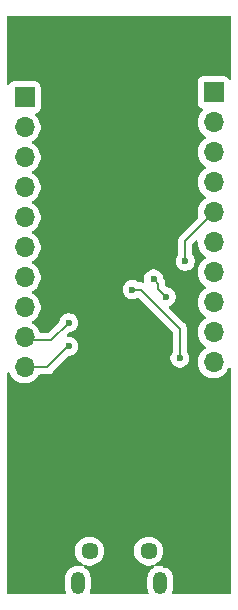
<source format=gbr>
%TF.GenerationSoftware,KiCad,Pcbnew,9.0.0*%
%TF.CreationDate,2025-06-28T10:43:13-07:00*%
%TF.ProjectId,STM 32 devboard,53544d20-3332-4206-9465-76626f617264,rev?*%
%TF.SameCoordinates,Original*%
%TF.FileFunction,Copper,L2,Bot*%
%TF.FilePolarity,Positive*%
%FSLAX46Y46*%
G04 Gerber Fmt 4.6, Leading zero omitted, Abs format (unit mm)*
G04 Created by KiCad (PCBNEW 9.0.0) date 2025-06-28 10:43:13*
%MOMM*%
%LPD*%
G01*
G04 APERTURE LIST*
%TA.AperFunction,ComponentPad*%
%ADD10R,1.700000X1.700000*%
%TD*%
%TA.AperFunction,ComponentPad*%
%ADD11O,1.700000X1.700000*%
%TD*%
%TA.AperFunction,HeatsinkPad*%
%ADD12O,1.200000X1.900000*%
%TD*%
%TA.AperFunction,HeatsinkPad*%
%ADD13C,1.450000*%
%TD*%
%TA.AperFunction,ViaPad*%
%ADD14C,0.600000*%
%TD*%
%TA.AperFunction,Conductor*%
%ADD15C,0.200000*%
%TD*%
G04 APERTURE END LIST*
D10*
%TO.P,J1,1,Pin_1*%
%TO.N,PB9*%
X30000000Y-19000000D03*
D11*
%TO.P,J1,2,Pin_2*%
%TO.N,PB8*%
X30000000Y-21540000D03*
%TO.P,J1,3,Pin_3*%
%TO.N,PB7*%
X30000000Y-24080000D03*
%TO.P,J1,4,Pin_4*%
%TO.N,PB6*%
X30000000Y-26620000D03*
%TO.P,J1,5,Pin_5*%
%TO.N,PB5*%
X30000000Y-29160000D03*
%TO.P,J1,6,Pin_6*%
%TO.N,PB4*%
X30000000Y-31700000D03*
%TO.P,J1,7,Pin_7*%
%TO.N,PB3*%
X30000000Y-34240000D03*
%TO.P,J1,8,Pin_8*%
%TO.N,PA15*%
X30000000Y-36780000D03*
%TO.P,J1,9,Pin_9*%
%TO.N,PA14*%
X30000000Y-39320000D03*
%TO.P,J1,10,Pin_10*%
%TO.N,PA10*%
X30000000Y-41860000D03*
%TD*%
D12*
%TO.P,J3,6,Shield*%
%TO.N,unconnected-(J3-Shield-Pad6)_4*%
X18500000Y-60537500D03*
D13*
%TO.N,unconnected-(J3-Shield-Pad6)_5*%
X19500000Y-57837500D03*
%TO.N,unconnected-(J3-Shield-Pad6)_2*%
X24500000Y-57837500D03*
D12*
%TO.N,unconnected-(J3-Shield-Pad6)_7*%
X25500000Y-60537500D03*
%TD*%
D10*
%TO.P,J2,1,Pin_1*%
%TO.N,PA3*%
X14000000Y-19420000D03*
D11*
%TO.P,J2,2,Pin_2*%
%TO.N,PA4*%
X14000000Y-21960000D03*
%TO.P,J2,3,Pin_3*%
%TO.N,PA5*%
X14000000Y-24500000D03*
%TO.P,J2,4,Pin_4*%
%TO.N,PA6*%
X14000000Y-27040000D03*
%TO.P,J2,5,Pin_5*%
%TO.N,PA7*%
X14000000Y-29580000D03*
%TO.P,J2,6,Pin_6*%
%TO.N,PB0*%
X14000000Y-32120000D03*
%TO.P,J2,7,Pin_7*%
%TO.N,PB1*%
X14000000Y-34660000D03*
%TO.P,J2,8,Pin_8*%
%TO.N,PB2*%
X14000000Y-37200000D03*
%TO.P,J2,9,Pin_9*%
%TO.N,PB12*%
X14000000Y-39740000D03*
%TO.P,J2,10,Pin_10*%
%TO.N,PB13*%
X14000000Y-42280000D03*
%TD*%
D14*
%TO.N,PB13*%
X17735936Y-40500000D03*
%TO.N,PB12*%
X17735936Y-38500000D03*
%TO.N,GND*%
X21200000Y-29800000D03*
X19100000Y-34700000D03*
X24100000Y-40600000D03*
%TO.N,PB5*%
X27603183Y-33303183D03*
%TO.N,GND*%
X20600000Y-52050000D03*
X26000000Y-59000000D03*
X24000000Y-56500000D03*
X24500000Y-30700000D03*
%TO.N,PA10*%
X27150000Y-41500000D03*
X23100000Y-35700000D03*
%TO.N,GND*%
X26500000Y-29406912D03*
X17950000Y-27206912D03*
X20200000Y-23506912D03*
X24250000Y-26306912D03*
X26000000Y-56750000D03*
X24500000Y-56000000D03*
X14500000Y-57500000D03*
X13750000Y-57500000D03*
X14750000Y-56750000D03*
X14000000Y-56750000D03*
X13250000Y-56750000D03*
%TO.N,Net-(U2-BOOT0)*%
X26000000Y-36306912D03*
X24920002Y-34800000D03*
%TD*%
D15*
%TO.N,PB13*%
X17700000Y-40500000D02*
X15920000Y-42280000D01*
X17735936Y-40500000D02*
X17700000Y-40500000D01*
X15920000Y-42280000D02*
X14000000Y-42280000D01*
%TO.N,PB12*%
X14260000Y-40000000D02*
X14000000Y-39740000D01*
X16235936Y-40000000D02*
X14260000Y-40000000D01*
X17735936Y-38500000D02*
X16235936Y-40000000D01*
%TO.N,Net-(U2-BOOT0)*%
X24920002Y-34800000D02*
X25310763Y-35190761D01*
X25310763Y-35617675D02*
X26000000Y-36306912D01*
X25310763Y-35190761D02*
X25310763Y-35617675D01*
%TO.N,PA10*%
X27150000Y-39017094D02*
X27150000Y-41500000D01*
X23100000Y-35700000D02*
X23832906Y-35700000D01*
X23832906Y-35700000D02*
X27150000Y-39017094D01*
%TO.N,PB5*%
X27603183Y-31556817D02*
X30000000Y-29160000D01*
X27603183Y-33303183D02*
X27603183Y-31556817D01*
%TD*%
%TA.AperFunction,Conductor*%
%TO.N,GND*%
G36*
X31442539Y-12520185D02*
G01*
X31488294Y-12572989D01*
X31499500Y-12624500D01*
X31499500Y-17809897D01*
X31479815Y-17876936D01*
X31427011Y-17922691D01*
X31357853Y-17932635D01*
X31294297Y-17903610D01*
X31276234Y-17884208D01*
X31207547Y-17792455D01*
X31207544Y-17792452D01*
X31092335Y-17706206D01*
X31092328Y-17706202D01*
X30957482Y-17655908D01*
X30957483Y-17655908D01*
X30897883Y-17649501D01*
X30897881Y-17649500D01*
X30897873Y-17649500D01*
X30897864Y-17649500D01*
X29102129Y-17649500D01*
X29102123Y-17649501D01*
X29042516Y-17655908D01*
X28907671Y-17706202D01*
X28907664Y-17706206D01*
X28792455Y-17792452D01*
X28792452Y-17792455D01*
X28706206Y-17907664D01*
X28706202Y-17907671D01*
X28655908Y-18042517D01*
X28649501Y-18102116D01*
X28649500Y-18102135D01*
X28649500Y-19897870D01*
X28649501Y-19897876D01*
X28655908Y-19957483D01*
X28706202Y-20092328D01*
X28706206Y-20092335D01*
X28792452Y-20207544D01*
X28792455Y-20207547D01*
X28907664Y-20293793D01*
X28907671Y-20293797D01*
X29039082Y-20342810D01*
X29095016Y-20384681D01*
X29119433Y-20450145D01*
X29104582Y-20518418D01*
X29083431Y-20546673D01*
X28969889Y-20660215D01*
X28844951Y-20832179D01*
X28748444Y-21021585D01*
X28748443Y-21021587D01*
X28748443Y-21021588D01*
X28729394Y-21080215D01*
X28682753Y-21223760D01*
X28651391Y-21421773D01*
X28649500Y-21433713D01*
X28649500Y-21646287D01*
X28682754Y-21856243D01*
X28734075Y-22014193D01*
X28748444Y-22058414D01*
X28844951Y-22247820D01*
X28969890Y-22419786D01*
X29120213Y-22570109D01*
X29292182Y-22695050D01*
X29300946Y-22699516D01*
X29351742Y-22747491D01*
X29368536Y-22815312D01*
X29345998Y-22881447D01*
X29300946Y-22920484D01*
X29292182Y-22924949D01*
X29120213Y-23049890D01*
X28969890Y-23200213D01*
X28844951Y-23372179D01*
X28748444Y-23561585D01*
X28748443Y-23561587D01*
X28748443Y-23561588D01*
X28724432Y-23635486D01*
X28682753Y-23763760D01*
X28651391Y-23961773D01*
X28649500Y-23973713D01*
X28649500Y-24186287D01*
X28682754Y-24396243D01*
X28734075Y-24554193D01*
X28748444Y-24598414D01*
X28844951Y-24787820D01*
X28969890Y-24959786D01*
X29120213Y-25110109D01*
X29292182Y-25235050D01*
X29300946Y-25239516D01*
X29351742Y-25287491D01*
X29368536Y-25355312D01*
X29345998Y-25421447D01*
X29300946Y-25460484D01*
X29292182Y-25464949D01*
X29120213Y-25589890D01*
X28969890Y-25740213D01*
X28844951Y-25912179D01*
X28748444Y-26101585D01*
X28748443Y-26101587D01*
X28748443Y-26101588D01*
X28724432Y-26175486D01*
X28682753Y-26303760D01*
X28651391Y-26501773D01*
X28649500Y-26513713D01*
X28649500Y-26726287D01*
X28682754Y-26936243D01*
X28734075Y-27094193D01*
X28748444Y-27138414D01*
X28844951Y-27327820D01*
X28969890Y-27499786D01*
X29120213Y-27650109D01*
X29292182Y-27775050D01*
X29300946Y-27779516D01*
X29351742Y-27827491D01*
X29368536Y-27895312D01*
X29345998Y-27961447D01*
X29300946Y-28000484D01*
X29292182Y-28004949D01*
X29120213Y-28129890D01*
X28969890Y-28280213D01*
X28844951Y-28452179D01*
X28748444Y-28641585D01*
X28748443Y-28641587D01*
X28748443Y-28641588D01*
X28724432Y-28715486D01*
X28682753Y-28843760D01*
X28649500Y-29053713D01*
X28649500Y-29266286D01*
X28682754Y-29476244D01*
X28682754Y-29476247D01*
X28696491Y-29518523D01*
X28698486Y-29588364D01*
X28666241Y-29644522D01*
X27234469Y-31076295D01*
X27122664Y-31188099D01*
X27122663Y-31188101D01*
X27072743Y-31274567D01*
X27072544Y-31274911D01*
X27072542Y-31274913D01*
X27043608Y-31325026D01*
X27043607Y-31325027D01*
X27043606Y-31325032D01*
X27002682Y-31477760D01*
X27002682Y-31477762D01*
X27002682Y-31645863D01*
X27002683Y-31645876D01*
X27002683Y-32723417D01*
X26982998Y-32790456D01*
X26981785Y-32792308D01*
X26893792Y-32923997D01*
X26893785Y-32924010D01*
X26833447Y-33069681D01*
X26833444Y-33069693D01*
X26802683Y-33224336D01*
X26802683Y-33382029D01*
X26833444Y-33536672D01*
X26833447Y-33536684D01*
X26893785Y-33682355D01*
X26893792Y-33682368D01*
X26981393Y-33813471D01*
X26981396Y-33813475D01*
X27092890Y-33924969D01*
X27092894Y-33924972D01*
X27223997Y-34012573D01*
X27224010Y-34012580D01*
X27369681Y-34072918D01*
X27369686Y-34072920D01*
X27524336Y-34103682D01*
X27524339Y-34103683D01*
X27524341Y-34103683D01*
X27682027Y-34103683D01*
X27682028Y-34103682D01*
X27836680Y-34072920D01*
X27982362Y-34012577D01*
X28113472Y-33924972D01*
X28224972Y-33813472D01*
X28312577Y-33682362D01*
X28372920Y-33536680D01*
X28403683Y-33382025D01*
X28403683Y-33224341D01*
X28403683Y-33224338D01*
X28403682Y-33224336D01*
X28372921Y-33069693D01*
X28372920Y-33069686D01*
X28343967Y-32999786D01*
X28312580Y-32924010D01*
X28312573Y-32923997D01*
X28224581Y-32792308D01*
X28203703Y-32725630D01*
X28203683Y-32723417D01*
X28203683Y-31856913D01*
X28223368Y-31789874D01*
X28239998Y-31769236D01*
X28437820Y-31571414D01*
X28499142Y-31537930D01*
X28568834Y-31542914D01*
X28624767Y-31584786D01*
X28649184Y-31650250D01*
X28649500Y-31659096D01*
X28649500Y-31806287D01*
X28682754Y-32016243D01*
X28734075Y-32174193D01*
X28748444Y-32218414D01*
X28844951Y-32407820D01*
X28969890Y-32579786D01*
X29120213Y-32730109D01*
X29292182Y-32855050D01*
X29300946Y-32859516D01*
X29351742Y-32907491D01*
X29368536Y-32975312D01*
X29345998Y-33041447D01*
X29300946Y-33080484D01*
X29292182Y-33084949D01*
X29120213Y-33209890D01*
X28969890Y-33360213D01*
X28844951Y-33532179D01*
X28748444Y-33721585D01*
X28748443Y-33721587D01*
X28748443Y-33721588D01*
X28724432Y-33795486D01*
X28682753Y-33923760D01*
X28656327Y-34090609D01*
X28649500Y-34133713D01*
X28649500Y-34346287D01*
X28682754Y-34556243D01*
X28746120Y-34751264D01*
X28748444Y-34758414D01*
X28844951Y-34947820D01*
X28969890Y-35119786D01*
X29120213Y-35270109D01*
X29292182Y-35395050D01*
X29300946Y-35399516D01*
X29351742Y-35447491D01*
X29368536Y-35515312D01*
X29345998Y-35581447D01*
X29300946Y-35620484D01*
X29292182Y-35624949D01*
X29120213Y-35749890D01*
X28969890Y-35900213D01*
X28844951Y-36072179D01*
X28748444Y-36261585D01*
X28748443Y-36261587D01*
X28748443Y-36261588D01*
X28728883Y-36321786D01*
X28682753Y-36463760D01*
X28649500Y-36673713D01*
X28649500Y-36886286D01*
X28679650Y-37076649D01*
X28682754Y-37096243D01*
X28735651Y-37259043D01*
X28748444Y-37298414D01*
X28844951Y-37487820D01*
X28969890Y-37659786D01*
X29120213Y-37810109D01*
X29292182Y-37935050D01*
X29300946Y-37939516D01*
X29351742Y-37987491D01*
X29368536Y-38055312D01*
X29345998Y-38121447D01*
X29300946Y-38160484D01*
X29292182Y-38164949D01*
X29120213Y-38289890D01*
X28969890Y-38440213D01*
X28844951Y-38612179D01*
X28748444Y-38801585D01*
X28748443Y-38801587D01*
X28748443Y-38801588D01*
X28724432Y-38875486D01*
X28682753Y-39003760D01*
X28649500Y-39213713D01*
X28649500Y-39426286D01*
X28681291Y-39627011D01*
X28682754Y-39636243D01*
X28734075Y-39794193D01*
X28748444Y-39838414D01*
X28844951Y-40027820D01*
X28969890Y-40199786D01*
X29120213Y-40350109D01*
X29292182Y-40475050D01*
X29300946Y-40479516D01*
X29351742Y-40527491D01*
X29368536Y-40595312D01*
X29345998Y-40661447D01*
X29300946Y-40700484D01*
X29292182Y-40704949D01*
X29120213Y-40829890D01*
X28969890Y-40980213D01*
X28844951Y-41152179D01*
X28748444Y-41341585D01*
X28748443Y-41341587D01*
X28748443Y-41341588D01*
X28724432Y-41415486D01*
X28682753Y-41543760D01*
X28664372Y-41659815D01*
X28649500Y-41753713D01*
X28649500Y-41966287D01*
X28682754Y-42176243D01*
X28734075Y-42334193D01*
X28748444Y-42378414D01*
X28844951Y-42567820D01*
X28969890Y-42739786D01*
X29120213Y-42890109D01*
X29292179Y-43015048D01*
X29292181Y-43015049D01*
X29292184Y-43015051D01*
X29481588Y-43111557D01*
X29683757Y-43177246D01*
X29893713Y-43210500D01*
X29893714Y-43210500D01*
X30106286Y-43210500D01*
X30106287Y-43210500D01*
X30316243Y-43177246D01*
X30518412Y-43111557D01*
X30707816Y-43015051D01*
X30745305Y-42987814D01*
X30879786Y-42890109D01*
X30879788Y-42890106D01*
X30879792Y-42890104D01*
X31030104Y-42739792D01*
X31030106Y-42739788D01*
X31030109Y-42739786D01*
X31155048Y-42567820D01*
X31155047Y-42567820D01*
X31155051Y-42567816D01*
X31251557Y-42378412D01*
X31257569Y-42359907D01*
X31297006Y-42302232D01*
X31361365Y-42275034D01*
X31430211Y-42286949D01*
X31481687Y-42334193D01*
X31499500Y-42398226D01*
X31499500Y-61375500D01*
X31479815Y-61442539D01*
X31427011Y-61488294D01*
X31375500Y-61499500D01*
X26625640Y-61499500D01*
X26558601Y-61479815D01*
X26512846Y-61427011D01*
X26502902Y-61357853D01*
X26515155Y-61319206D01*
X26519870Y-61309950D01*
X26519873Y-61309945D01*
X26573402Y-61145201D01*
X26600500Y-60974111D01*
X26600500Y-60100889D01*
X26573402Y-59929799D01*
X26519873Y-59765055D01*
X26441232Y-59610712D01*
X26339414Y-59470572D01*
X26216928Y-59348086D01*
X26076788Y-59246268D01*
X25922445Y-59167627D01*
X25757701Y-59114098D01*
X25757699Y-59114097D01*
X25757698Y-59114097D01*
X25626271Y-59093281D01*
X25586611Y-59087000D01*
X25413389Y-59087000D01*
X25381192Y-59092099D01*
X25242301Y-59114097D01*
X25242299Y-59114097D01*
X25227207Y-59119001D01*
X25157366Y-59120993D01*
X25097535Y-59084909D01*
X25066710Y-59022207D01*
X25074678Y-58952793D01*
X25118909Y-58898706D01*
X25132591Y-58890588D01*
X25142302Y-58885641D01*
X25298359Y-58772259D01*
X25434759Y-58635859D01*
X25548141Y-58479802D01*
X25635715Y-58307929D01*
X25695324Y-58124472D01*
X25725500Y-57933949D01*
X25725500Y-57741051D01*
X25695324Y-57550528D01*
X25635715Y-57367071D01*
X25548141Y-57195198D01*
X25434759Y-57039141D01*
X25298359Y-56902741D01*
X25142302Y-56789359D01*
X24970429Y-56701785D01*
X24786972Y-56642176D01*
X24786970Y-56642175D01*
X24786969Y-56642175D01*
X24640614Y-56618995D01*
X24596449Y-56612000D01*
X24403551Y-56612000D01*
X24367697Y-56617678D01*
X24213030Y-56642175D01*
X24029568Y-56701786D01*
X23857697Y-56789359D01*
X23768661Y-56854047D01*
X23701641Y-56902741D01*
X23701639Y-56902743D01*
X23701638Y-56902743D01*
X23565243Y-57039138D01*
X23565243Y-57039139D01*
X23565241Y-57039141D01*
X23516547Y-57106161D01*
X23451859Y-57195197D01*
X23364286Y-57367068D01*
X23304675Y-57550530D01*
X23274500Y-57741051D01*
X23274500Y-57933948D01*
X23304675Y-58124469D01*
X23304676Y-58124472D01*
X23364285Y-58307929D01*
X23451859Y-58479802D01*
X23565241Y-58635859D01*
X23701641Y-58772259D01*
X23857698Y-58885641D01*
X24029571Y-58973215D01*
X24213028Y-59032824D01*
X24403551Y-59063000D01*
X24403552Y-59063000D01*
X24596448Y-59063000D01*
X24596449Y-59063000D01*
X24786972Y-59032824D01*
X24822020Y-59021435D01*
X24891858Y-59019440D01*
X24951691Y-59055520D01*
X24982520Y-59118221D01*
X24974556Y-59187635D01*
X24930328Y-59241725D01*
X24925132Y-59245090D01*
X24923223Y-59246259D01*
X24832365Y-59312271D01*
X24783072Y-59348086D01*
X24783070Y-59348088D01*
X24783069Y-59348088D01*
X24660588Y-59470569D01*
X24660588Y-59470570D01*
X24660586Y-59470572D01*
X24616859Y-59530756D01*
X24558768Y-59610711D01*
X24480128Y-59765052D01*
X24426597Y-59929802D01*
X24399500Y-60100889D01*
X24399500Y-60974110D01*
X24426597Y-61145197D01*
X24480129Y-61309950D01*
X24484845Y-61319206D01*
X24497741Y-61387875D01*
X24471464Y-61452615D01*
X24414358Y-61492872D01*
X24374360Y-61499500D01*
X19625640Y-61499500D01*
X19558601Y-61479815D01*
X19512846Y-61427011D01*
X19502902Y-61357853D01*
X19515155Y-61319206D01*
X19519870Y-61309950D01*
X19519873Y-61309945D01*
X19573402Y-61145201D01*
X19600500Y-60974111D01*
X19600500Y-60100889D01*
X19573402Y-59929799D01*
X19519873Y-59765055D01*
X19441232Y-59610712D01*
X19339414Y-59470572D01*
X19216928Y-59348086D01*
X19146858Y-59297177D01*
X19076786Y-59246266D01*
X19074874Y-59245095D01*
X19074299Y-59244460D01*
X19072846Y-59243404D01*
X19073067Y-59243098D01*
X19027998Y-59193284D01*
X19016575Y-59124354D01*
X19044231Y-59060191D01*
X19102187Y-59021166D01*
X19172040Y-59019669D01*
X19177952Y-59021427D01*
X19213028Y-59032824D01*
X19403551Y-59063000D01*
X19403552Y-59063000D01*
X19596448Y-59063000D01*
X19596449Y-59063000D01*
X19786972Y-59032824D01*
X19970429Y-58973215D01*
X20142302Y-58885641D01*
X20298359Y-58772259D01*
X20434759Y-58635859D01*
X20548141Y-58479802D01*
X20635715Y-58307929D01*
X20695324Y-58124472D01*
X20725500Y-57933949D01*
X20725500Y-57741051D01*
X20695324Y-57550528D01*
X20635715Y-57367071D01*
X20548141Y-57195198D01*
X20434759Y-57039141D01*
X20298359Y-56902741D01*
X20142302Y-56789359D01*
X19970429Y-56701785D01*
X19786972Y-56642176D01*
X19786970Y-56642175D01*
X19786969Y-56642175D01*
X19640614Y-56618995D01*
X19596449Y-56612000D01*
X19403551Y-56612000D01*
X19367697Y-56617678D01*
X19213030Y-56642175D01*
X19029568Y-56701786D01*
X18857697Y-56789359D01*
X18768661Y-56854047D01*
X18701641Y-56902741D01*
X18701639Y-56902743D01*
X18701638Y-56902743D01*
X18565243Y-57039138D01*
X18565243Y-57039139D01*
X18565241Y-57039141D01*
X18516547Y-57106161D01*
X18451859Y-57195197D01*
X18364286Y-57367068D01*
X18304675Y-57550530D01*
X18274500Y-57741051D01*
X18274500Y-57933948D01*
X18304675Y-58124469D01*
X18304676Y-58124472D01*
X18364285Y-58307929D01*
X18451859Y-58479802D01*
X18565241Y-58635859D01*
X18701641Y-58772259D01*
X18857698Y-58885641D01*
X18867394Y-58890581D01*
X18918192Y-58938553D01*
X18934990Y-59006373D01*
X18912456Y-59072509D01*
X18857742Y-59115963D01*
X18788222Y-59122938D01*
X18772790Y-59119000D01*
X18757703Y-59114098D01*
X18757698Y-59114097D01*
X18626271Y-59093281D01*
X18586611Y-59087000D01*
X18413389Y-59087000D01*
X18373728Y-59093281D01*
X18242302Y-59114097D01*
X18077552Y-59167628D01*
X17923211Y-59246268D01*
X17843256Y-59304359D01*
X17783072Y-59348086D01*
X17783070Y-59348088D01*
X17783069Y-59348088D01*
X17660588Y-59470569D01*
X17660588Y-59470570D01*
X17660586Y-59470572D01*
X17616859Y-59530756D01*
X17558768Y-59610711D01*
X17480128Y-59765052D01*
X17426597Y-59929802D01*
X17399500Y-60100889D01*
X17399500Y-60974110D01*
X17426597Y-61145197D01*
X17480129Y-61309950D01*
X17484845Y-61319206D01*
X17497741Y-61387875D01*
X17471464Y-61452615D01*
X17414358Y-61492872D01*
X17374360Y-61499500D01*
X12624500Y-61499500D01*
X12557461Y-61479815D01*
X12511706Y-61427011D01*
X12500500Y-61375500D01*
X12500500Y-42818226D01*
X12520185Y-42751187D01*
X12572989Y-42705432D01*
X12642147Y-42695488D01*
X12705703Y-42724513D01*
X12742431Y-42779908D01*
X12748444Y-42798414D01*
X12844951Y-42987820D01*
X12969890Y-43159786D01*
X13120213Y-43310109D01*
X13292179Y-43435048D01*
X13292181Y-43435049D01*
X13292184Y-43435051D01*
X13481588Y-43531557D01*
X13683757Y-43597246D01*
X13893713Y-43630500D01*
X13893714Y-43630500D01*
X14106286Y-43630500D01*
X14106287Y-43630500D01*
X14316243Y-43597246D01*
X14518412Y-43531557D01*
X14707816Y-43435051D01*
X14729789Y-43419086D01*
X14879786Y-43310109D01*
X14879788Y-43310106D01*
X14879792Y-43310104D01*
X15030104Y-43159792D01*
X15030106Y-43159788D01*
X15030109Y-43159786D01*
X15088661Y-43079193D01*
X15155051Y-42987816D01*
X15155349Y-42987230D01*
X15175235Y-42948205D01*
X15223209Y-42897409D01*
X15285719Y-42880500D01*
X15833331Y-42880500D01*
X15833347Y-42880501D01*
X15840943Y-42880501D01*
X15999054Y-42880501D01*
X15999057Y-42880501D01*
X16151785Y-42839577D01*
X16201904Y-42810639D01*
X16288716Y-42760520D01*
X16400520Y-42648716D01*
X16400520Y-42648714D01*
X16410728Y-42638507D01*
X16410729Y-42638504D01*
X17712416Y-41336819D01*
X17773739Y-41303334D01*
X17800097Y-41300500D01*
X17814780Y-41300500D01*
X17814781Y-41300499D01*
X17969433Y-41269737D01*
X18115115Y-41209394D01*
X18246225Y-41121789D01*
X18357725Y-41010289D01*
X18445330Y-40879179D01*
X18505673Y-40733497D01*
X18536436Y-40578842D01*
X18536436Y-40421158D01*
X18536436Y-40421155D01*
X18536435Y-40421153D01*
X18505673Y-40266503D01*
X18505671Y-40266498D01*
X18445333Y-40120827D01*
X18445326Y-40120814D01*
X18357725Y-39989711D01*
X18357722Y-39989707D01*
X18246228Y-39878213D01*
X18246224Y-39878210D01*
X18115121Y-39790609D01*
X18115108Y-39790602D01*
X17969437Y-39730264D01*
X17969425Y-39730261D01*
X17814781Y-39699500D01*
X17814778Y-39699500D01*
X17685033Y-39699500D01*
X17663787Y-39693261D01*
X17641700Y-39691682D01*
X17630916Y-39683609D01*
X17617994Y-39679815D01*
X17603495Y-39663083D01*
X17585766Y-39649811D01*
X17581058Y-39637188D01*
X17572239Y-39627011D01*
X17569087Y-39605094D01*
X17561349Y-39584346D01*
X17564211Y-39571185D01*
X17562295Y-39557853D01*
X17571494Y-39537709D01*
X17576201Y-39516073D01*
X17589470Y-39498345D01*
X17591320Y-39494297D01*
X17597339Y-39487830D01*
X17750599Y-39334571D01*
X17811919Y-39301089D01*
X17814086Y-39300638D01*
X17872021Y-39289113D01*
X17969433Y-39269737D01*
X18115115Y-39209394D01*
X18246225Y-39121789D01*
X18357725Y-39010289D01*
X18445330Y-38879179D01*
X18505673Y-38733497D01*
X18536436Y-38578842D01*
X18536436Y-38421158D01*
X18536436Y-38421155D01*
X18536435Y-38421153D01*
X18531940Y-38398556D01*
X18505673Y-38266503D01*
X18463609Y-38164951D01*
X18445333Y-38120827D01*
X18445326Y-38120814D01*
X18357725Y-37989711D01*
X18357722Y-37989707D01*
X18246228Y-37878213D01*
X18246224Y-37878210D01*
X18115121Y-37790609D01*
X18115108Y-37790602D01*
X17969437Y-37730264D01*
X17969425Y-37730261D01*
X17814781Y-37699500D01*
X17814778Y-37699500D01*
X17657094Y-37699500D01*
X17657091Y-37699500D01*
X17502446Y-37730261D01*
X17502434Y-37730264D01*
X17356763Y-37790602D01*
X17356750Y-37790609D01*
X17225647Y-37878210D01*
X17225643Y-37878213D01*
X17114149Y-37989707D01*
X17114146Y-37989711D01*
X17026545Y-38120814D01*
X17026538Y-38120827D01*
X16966200Y-38266498D01*
X16966197Y-38266508D01*
X16935297Y-38421850D01*
X16902912Y-38483761D01*
X16901361Y-38485339D01*
X16023520Y-39363181D01*
X15962197Y-39396666D01*
X15935839Y-39399500D01*
X15399456Y-39399500D01*
X15332417Y-39379815D01*
X15286662Y-39327011D01*
X15281525Y-39313818D01*
X15251558Y-39221590D01*
X15155048Y-39032179D01*
X15030109Y-38860213D01*
X14879786Y-38709890D01*
X14707820Y-38584951D01*
X14707115Y-38584591D01*
X14699054Y-38580485D01*
X14648259Y-38532512D01*
X14631463Y-38464692D01*
X14653999Y-38398556D01*
X14699054Y-38359515D01*
X14707816Y-38355051D01*
X14797503Y-38289890D01*
X14879786Y-38230109D01*
X14879788Y-38230106D01*
X14879792Y-38230104D01*
X15030104Y-38079792D01*
X15030106Y-38079788D01*
X15030109Y-38079786D01*
X15155048Y-37907820D01*
X15155047Y-37907820D01*
X15155051Y-37907816D01*
X15251557Y-37718412D01*
X15317246Y-37516243D01*
X15350500Y-37306287D01*
X15350500Y-37093713D01*
X15317246Y-36883757D01*
X15251557Y-36681588D01*
X15155051Y-36492184D01*
X15155049Y-36492181D01*
X15155048Y-36492179D01*
X15030109Y-36320213D01*
X14879786Y-36169890D01*
X14707820Y-36044951D01*
X14707115Y-36044591D01*
X14699054Y-36040485D01*
X14648259Y-35992512D01*
X14631463Y-35924692D01*
X14653999Y-35858556D01*
X14699054Y-35819515D01*
X14707816Y-35815051D01*
X14797503Y-35749890D01*
X14879786Y-35690109D01*
X14879788Y-35690106D01*
X14879792Y-35690104D01*
X14948743Y-35621153D01*
X22299500Y-35621153D01*
X22299500Y-35778846D01*
X22330261Y-35933489D01*
X22330264Y-35933501D01*
X22390602Y-36079172D01*
X22390609Y-36079185D01*
X22478210Y-36210288D01*
X22478213Y-36210292D01*
X22589707Y-36321786D01*
X22589711Y-36321789D01*
X22720814Y-36409390D01*
X22720827Y-36409397D01*
X22852066Y-36463757D01*
X22866503Y-36469737D01*
X22979326Y-36492179D01*
X23021153Y-36500499D01*
X23021156Y-36500500D01*
X23021158Y-36500500D01*
X23178844Y-36500500D01*
X23178845Y-36500499D01*
X23333497Y-36469737D01*
X23479179Y-36409394D01*
X23522780Y-36380260D01*
X23589455Y-36359382D01*
X23656836Y-36377865D01*
X23679352Y-36395681D01*
X26513181Y-39229510D01*
X26546666Y-39290833D01*
X26549500Y-39317191D01*
X26549500Y-40920234D01*
X26529815Y-40987273D01*
X26528602Y-40989125D01*
X26440609Y-41120814D01*
X26440602Y-41120827D01*
X26380264Y-41266498D01*
X26380261Y-41266510D01*
X26349500Y-41421153D01*
X26349500Y-41578846D01*
X26380261Y-41733489D01*
X26380264Y-41733501D01*
X26440602Y-41879172D01*
X26440609Y-41879185D01*
X26528210Y-42010288D01*
X26528213Y-42010292D01*
X26639707Y-42121786D01*
X26639711Y-42121789D01*
X26770814Y-42209390D01*
X26770827Y-42209397D01*
X26916498Y-42269735D01*
X26916503Y-42269737D01*
X27071153Y-42300499D01*
X27071156Y-42300500D01*
X27071158Y-42300500D01*
X27228844Y-42300500D01*
X27228845Y-42300499D01*
X27383497Y-42269737D01*
X27529179Y-42209394D01*
X27660289Y-42121789D01*
X27771789Y-42010289D01*
X27859394Y-41879179D01*
X27919737Y-41733497D01*
X27950500Y-41578842D01*
X27950500Y-41421158D01*
X27950500Y-41421155D01*
X27950499Y-41421153D01*
X27919738Y-41266510D01*
X27919737Y-41266503D01*
X27859794Y-41121786D01*
X27859397Y-41120827D01*
X27859390Y-41120814D01*
X27771398Y-40989125D01*
X27750520Y-40922447D01*
X27750500Y-40920234D01*
X27750500Y-38938039D01*
X27750500Y-38938037D01*
X27709577Y-38785310D01*
X27709577Y-38785309D01*
X27650057Y-38682218D01*
X27630520Y-38648378D01*
X27518716Y-38536574D01*
X27518715Y-38536573D01*
X27514385Y-38532243D01*
X27514374Y-38532233D01*
X26241184Y-37259043D01*
X26207699Y-37197720D01*
X26212683Y-37128028D01*
X26254555Y-37072095D01*
X26281405Y-37056804D01*
X26379179Y-37016306D01*
X26510289Y-36928701D01*
X26621789Y-36817201D01*
X26709394Y-36686091D01*
X26709395Y-36686086D01*
X26709399Y-36686081D01*
X26769735Y-36540413D01*
X26769737Y-36540409D01*
X26800500Y-36385754D01*
X26800500Y-36228070D01*
X26800500Y-36228067D01*
X26800499Y-36228065D01*
X26788927Y-36169890D01*
X26769737Y-36073415D01*
X26757946Y-36044949D01*
X26709397Y-35927739D01*
X26709390Y-35927726D01*
X26621789Y-35796623D01*
X26621786Y-35796619D01*
X26510292Y-35685125D01*
X26510288Y-35685122D01*
X26379185Y-35597521D01*
X26379172Y-35597514D01*
X26233501Y-35537176D01*
X26233491Y-35537173D01*
X26078149Y-35506273D01*
X26061392Y-35497507D01*
X26042914Y-35493488D01*
X26017877Y-35474745D01*
X26016238Y-35473888D01*
X26014660Y-35472337D01*
X25947582Y-35405259D01*
X25914097Y-35343936D01*
X25911263Y-35317578D01*
X25911263Y-35279821D01*
X25911264Y-35279808D01*
X25911264Y-35111705D01*
X25907994Y-35099500D01*
X25870340Y-34958977D01*
X25853761Y-34930261D01*
X25791287Y-34822051D01*
X25791281Y-34822043D01*
X25754575Y-34785337D01*
X25721090Y-34724014D01*
X25720639Y-34721847D01*
X25720501Y-34721153D01*
X25689739Y-34566503D01*
X25684441Y-34553713D01*
X25629399Y-34420827D01*
X25629392Y-34420814D01*
X25541791Y-34289711D01*
X25541788Y-34289707D01*
X25430294Y-34178213D01*
X25430290Y-34178210D01*
X25299187Y-34090609D01*
X25299174Y-34090602D01*
X25153503Y-34030264D01*
X25153491Y-34030261D01*
X24998847Y-33999500D01*
X24998844Y-33999500D01*
X24841160Y-33999500D01*
X24841157Y-33999500D01*
X24686512Y-34030261D01*
X24686500Y-34030264D01*
X24540829Y-34090602D01*
X24540816Y-34090609D01*
X24409713Y-34178210D01*
X24409709Y-34178213D01*
X24298215Y-34289707D01*
X24298212Y-34289711D01*
X24210611Y-34420814D01*
X24210604Y-34420827D01*
X24150266Y-34566498D01*
X24150263Y-34566510D01*
X24119502Y-34721153D01*
X24119502Y-34878846D01*
X24138645Y-34975086D01*
X24132418Y-35044678D01*
X24089554Y-35099855D01*
X24023665Y-35123099D01*
X23984935Y-35119052D01*
X23930675Y-35104513D01*
X23911963Y-35099499D01*
X23753849Y-35099499D01*
X23746253Y-35099499D01*
X23746237Y-35099500D01*
X23679766Y-35099500D01*
X23612727Y-35079815D01*
X23610875Y-35078602D01*
X23479185Y-34990609D01*
X23479172Y-34990602D01*
X23333501Y-34930264D01*
X23333489Y-34930261D01*
X23178845Y-34899500D01*
X23178842Y-34899500D01*
X23021158Y-34899500D01*
X23021155Y-34899500D01*
X22866510Y-34930261D01*
X22866498Y-34930264D01*
X22720827Y-34990602D01*
X22720814Y-34990609D01*
X22589711Y-35078210D01*
X22589707Y-35078213D01*
X22478213Y-35189707D01*
X22478210Y-35189711D01*
X22390609Y-35320814D01*
X22390602Y-35320827D01*
X22330264Y-35466498D01*
X22330261Y-35466510D01*
X22299500Y-35621153D01*
X14948743Y-35621153D01*
X15030104Y-35539792D01*
X15038350Y-35528443D01*
X15060826Y-35497507D01*
X15155051Y-35367816D01*
X15251557Y-35178412D01*
X15317246Y-34976243D01*
X15350500Y-34766287D01*
X15350500Y-34553713D01*
X15317246Y-34343757D01*
X15251557Y-34141588D01*
X15155051Y-33952184D01*
X15155049Y-33952181D01*
X15155048Y-33952179D01*
X15030109Y-33780213D01*
X14879786Y-33629890D01*
X14707820Y-33504951D01*
X14707115Y-33504591D01*
X14699054Y-33500485D01*
X14648259Y-33452512D01*
X14631463Y-33384692D01*
X14653999Y-33318556D01*
X14699054Y-33279515D01*
X14707816Y-33275051D01*
X14797503Y-33209890D01*
X14879786Y-33150109D01*
X14879788Y-33150106D01*
X14879792Y-33150104D01*
X15030104Y-32999792D01*
X15030106Y-32999788D01*
X15030109Y-32999786D01*
X15155048Y-32827820D01*
X15155047Y-32827820D01*
X15155051Y-32827816D01*
X15251557Y-32638412D01*
X15317246Y-32436243D01*
X15350500Y-32226287D01*
X15350500Y-32013713D01*
X15317246Y-31803757D01*
X15251557Y-31601588D01*
X15155051Y-31412184D01*
X15155049Y-31412181D01*
X15155048Y-31412179D01*
X15030109Y-31240213D01*
X14879786Y-31089890D01*
X14707820Y-30964951D01*
X14707115Y-30964591D01*
X14699054Y-30960485D01*
X14648259Y-30912512D01*
X14631463Y-30844692D01*
X14653999Y-30778556D01*
X14699054Y-30739515D01*
X14707816Y-30735051D01*
X14797503Y-30669890D01*
X14879786Y-30610109D01*
X14879788Y-30610106D01*
X14879792Y-30610104D01*
X15030104Y-30459792D01*
X15030106Y-30459788D01*
X15030109Y-30459786D01*
X15155048Y-30287820D01*
X15155047Y-30287820D01*
X15155051Y-30287816D01*
X15251557Y-30098412D01*
X15317246Y-29896243D01*
X15350500Y-29686287D01*
X15350500Y-29473713D01*
X15317246Y-29263757D01*
X15251557Y-29061588D01*
X15155051Y-28872184D01*
X15155049Y-28872181D01*
X15155048Y-28872179D01*
X15030109Y-28700213D01*
X14879786Y-28549890D01*
X14707820Y-28424951D01*
X14707115Y-28424591D01*
X14699054Y-28420485D01*
X14648259Y-28372512D01*
X14631463Y-28304692D01*
X14653999Y-28238556D01*
X14699054Y-28199515D01*
X14707816Y-28195051D01*
X14797503Y-28129890D01*
X14879786Y-28070109D01*
X14879788Y-28070106D01*
X14879792Y-28070104D01*
X15030104Y-27919792D01*
X15030106Y-27919788D01*
X15030109Y-27919786D01*
X15155048Y-27747820D01*
X15155047Y-27747820D01*
X15155051Y-27747816D01*
X15251557Y-27558412D01*
X15317246Y-27356243D01*
X15350500Y-27146287D01*
X15350500Y-26933713D01*
X15317246Y-26723757D01*
X15251557Y-26521588D01*
X15155051Y-26332184D01*
X15155049Y-26332181D01*
X15155048Y-26332179D01*
X15030109Y-26160213D01*
X14879786Y-26009890D01*
X14707820Y-25884951D01*
X14707115Y-25884591D01*
X14699054Y-25880485D01*
X14648259Y-25832512D01*
X14631463Y-25764692D01*
X14653999Y-25698556D01*
X14699054Y-25659515D01*
X14707816Y-25655051D01*
X14797503Y-25589890D01*
X14879786Y-25530109D01*
X14879788Y-25530106D01*
X14879792Y-25530104D01*
X15030104Y-25379792D01*
X15030106Y-25379788D01*
X15030109Y-25379786D01*
X15155048Y-25207820D01*
X15155047Y-25207820D01*
X15155051Y-25207816D01*
X15251557Y-25018412D01*
X15317246Y-24816243D01*
X15350500Y-24606287D01*
X15350500Y-24393713D01*
X15317246Y-24183757D01*
X15251557Y-23981588D01*
X15155051Y-23792184D01*
X15155049Y-23792181D01*
X15155048Y-23792179D01*
X15030109Y-23620213D01*
X14879786Y-23469890D01*
X14707820Y-23344951D01*
X14707115Y-23344591D01*
X14699054Y-23340485D01*
X14648259Y-23292512D01*
X14631463Y-23224692D01*
X14653999Y-23158556D01*
X14699054Y-23119515D01*
X14707816Y-23115051D01*
X14797503Y-23049890D01*
X14879786Y-22990109D01*
X14879788Y-22990106D01*
X14879792Y-22990104D01*
X15030104Y-22839792D01*
X15030106Y-22839788D01*
X15030109Y-22839786D01*
X15155048Y-22667820D01*
X15155047Y-22667820D01*
X15155051Y-22667816D01*
X15251557Y-22478412D01*
X15317246Y-22276243D01*
X15350500Y-22066287D01*
X15350500Y-21853713D01*
X15317246Y-21643757D01*
X15251557Y-21441588D01*
X15155051Y-21252184D01*
X15155049Y-21252181D01*
X15155048Y-21252179D01*
X15030109Y-21080213D01*
X14916569Y-20966673D01*
X14883084Y-20905350D01*
X14888068Y-20835658D01*
X14929940Y-20779725D01*
X14960915Y-20762810D01*
X15092331Y-20713796D01*
X15207546Y-20627546D01*
X15293796Y-20512331D01*
X15344091Y-20377483D01*
X15350500Y-20317873D01*
X15350499Y-18522128D01*
X15344091Y-18462517D01*
X15302521Y-18351063D01*
X15293797Y-18327671D01*
X15293793Y-18327664D01*
X15207547Y-18212455D01*
X15207544Y-18212452D01*
X15092335Y-18126206D01*
X15092328Y-18126202D01*
X14957482Y-18075908D01*
X14957483Y-18075908D01*
X14897883Y-18069501D01*
X14897881Y-18069500D01*
X14897873Y-18069500D01*
X14897864Y-18069500D01*
X13102129Y-18069500D01*
X13102123Y-18069501D01*
X13042516Y-18075908D01*
X12907671Y-18126202D01*
X12907664Y-18126206D01*
X12792455Y-18212452D01*
X12792452Y-18212455D01*
X12723766Y-18304208D01*
X12667832Y-18346079D01*
X12598141Y-18351063D01*
X12536818Y-18317577D01*
X12503334Y-18256254D01*
X12500500Y-18229897D01*
X12500500Y-12624500D01*
X12520185Y-12557461D01*
X12572989Y-12511706D01*
X12624500Y-12500500D01*
X31375500Y-12500500D01*
X31442539Y-12520185D01*
G37*
%TD.AperFunction*%
%TD*%
M02*

</source>
